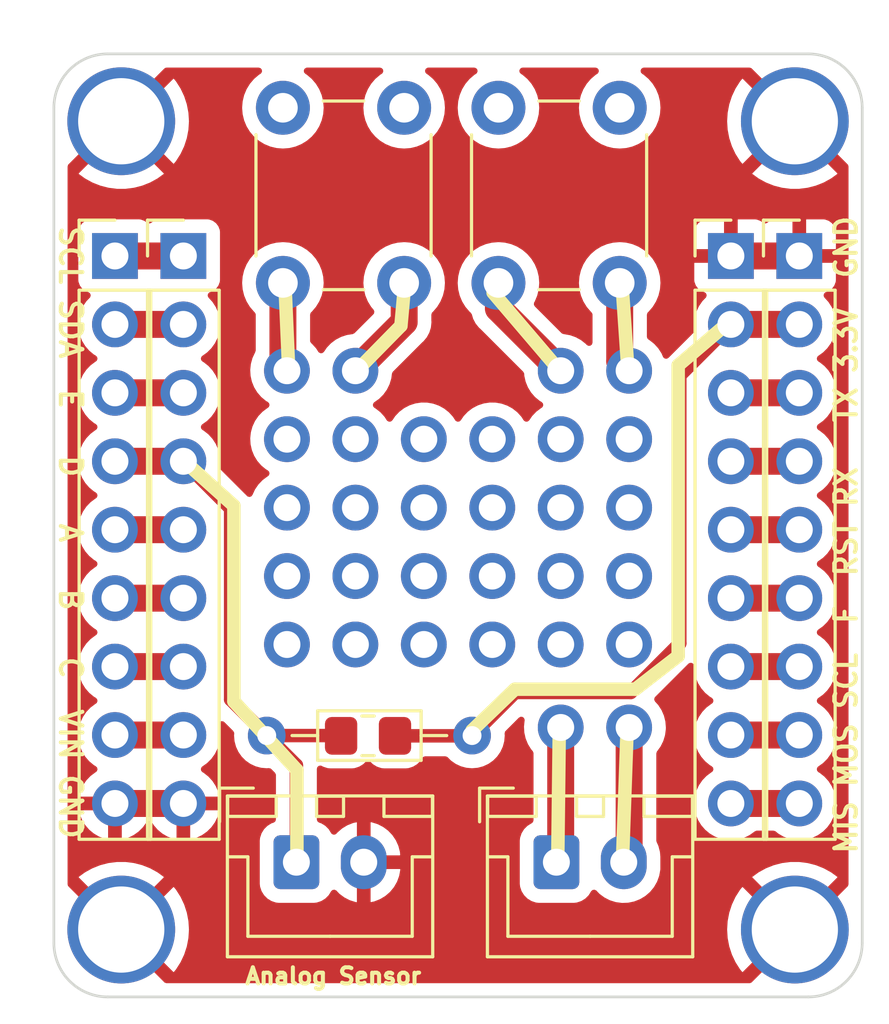
<source format=kicad_pcb>
(kicad_pcb (version 20211014) (generator pcbnew)
  (layers (0 "F.Cu" power) (31 "B.Cu" signal) (34 "B.Paste" user) (35 "F.Paste" user) (36 "B.SilkS" user "B.Silkscreen") (37 "F.SilkS" user "F.Silkscreen") (38 "B.Mask" user) (39 "F.Mask" user) (44 "Edge.Cuts" user))
  (net 0 "")
  (net 1 "SDA")
  (net 2 "SCL")
  (net 3 "A")
  (net 4 "B")
  (net 5 "C")
  (net 6 "D")
  (net 7 "E")
  (net 8 "Vin")
  (net 9 "GND")
  (net 10 "3.3V")
  (net 11 "RX")
  (net 12 "TX")
  (net 13 "RST")
  (net 14 "F")
  (net 15 "SCLK")
  (net 16 "MISO")
  (net 17 "MOSI")
  (footprint "Suat:6pads" (layer "F.Cu") (at 58.65 116.84 90)
    (fp_text reference "J3" hide)
    (fp_text value "Conn_01x04_Female" hide)
    (pad "1" thru_hole oval (at 0 0 90) (size 1.7 1.7) (drill 1) (layers *.Cu *.Mask))
    (pad "2" thru_hole oval (at 0 2.54 90) (size 1.7 1.7) (drill 1) (layers *.Cu *.Mask))
    (pad "3" thru_hole oval (at 0 5.08 90) (size 1.7 1.7) (drill 1) (layers *.Cu *.Mask))
    (pad "4" thru_hole oval (at 0 7.62 90) (size 1.7 1.7) (drill 1) (layers *.Cu *.Mask))
    (pad "5" thru_hole oval (at 0 10.16 90) (size 1.7 1.7) (drill 1) (layers *.Cu *.Mask))
    (pad "6" thru_hole oval (at 0 12.7 90) (size 1.7 1.7) (drill 1) (layers *.Cu *.Mask))
  )
  (footprint "Resistor_SMD:R_0805_2012Metric_Pad1.20x1.40mm_HandSolder" (layer "F.Cu") (at 61.66 125.31)
    (fp_text reference "R2" hide)
    (fp_text value "R" hide)
    (fp_line (start -0.227064 -0.735) (end 0.227064 -0.735) (layer "F.SilkS") (width 0.12))
    (fp_line (start -0.227064 0.735) (end 0.227064 0.735) (layer "F.SilkS") (width 0.12))
    (pad "1" smd roundrect (at -1 0) (size 1.2 1.4) (layers "F.Cu" "F.Paste" "F.Mask") (roundrect_rratio 0.2083333333) (net 6 "D"))
    (pad "2" smd roundrect (at 1 0) (size 1.2 1.4) (layers "F.Cu" "F.Paste" "F.Mask") (roundrect_rratio 0.2083333333) (net 10 "3.3V"))
  )
  (footprint "Connector_JST:JST_XH_B2B-XH-A_1x02_P2.50mm_Vertical" (layer "F.Cu") (at 68.65 130)
    (fp_text reference "REF**" hide)
    (fp_text value "JST_XH_B2B-XH-A_1x02_P2.50mm_Vertical" hide)
    (fp_line (start 3.25 -1.7) (end 5.05 -1.7) (layer "F.SilkS") (width 0.12))
    (fp_line (start 5.06 -2.46) (end -2.56 -2.46) (layer "F.SilkS") (width 0.12))
    (fp_line (start 3.25 -2.45) (end 3.25 -1.7) (layer "F.SilkS") (width 0.12))
    (fp_line (start -2.85 -2.75) (end -2.85 -1.5) (layer "F.SilkS") (width 0.12))
    (fp_line (start -2.56 3.51) (end 5.06 3.51) (layer "F.SilkS") (width 0.12))
    (fp_line (start -2.55 -1.7) (end -0.75 -1.7) (layer "F.SilkS") (width 0.12))
    (fp_line (start 5.05 -2.45) (end 3.25 -2.45) (layer "F.SilkS") (width 0.12))
    (fp_line (start 1.75 -1.7) (end 1.75 -2.45) (layer "F.SilkS") (width 0.12))
    (fp_line (start 5.05 -1.7) (end 5.05 -2.45) (layer "F.SilkS") (width 0.12))
    (fp_line (start 0.75 -2.45) (end 0.75 -1.7) (layer "F.SilkS") (width 0.12))
    (fp_line (start 4.3 -0.2) (end 4.3 2.75) (layer "F.SilkS") (width 0.12))
    (fp_line (start -1.8 -0.2) (end -1.8 2.75) (layer "F.SilkS") (width 0.12))
    (fp_line (start -0.75 -2.45) (end -2.55 -2.45) (layer "F.SilkS") (width 0.12))
    (fp_line (start 4.3 2.75) (end 1.25 2.75) (layer "F.SilkS") (width 0.12))
    (fp_line (start -2.55 -2.45) (end -2.55 -1.7) (layer "F.SilkS") (width 0.12))
    (fp_line (start 5.06 3.51) (end 5.06 -2.46) (layer "F.SilkS") (width 0.12))
    (fp_line (start 1.75 -2.45) (end 0.75 -2.45) (layer "F.SilkS") (width 0.12))
    (fp_line (start 0.75 -1.7) (end 1.75 -1.7) (layer "F.SilkS") (width 0.12))
    (fp_line (start -1.8 2.75) (end 1.25 2.75) (layer "F.SilkS") (width 0.12))
    (fp_line (start -1.6 -2.75) (end -2.85 -2.75) (layer "F.SilkS") (width 0.12))
    (fp_line (start -0.75 -1.7) (end -0.75 -2.45) (layer "F.SilkS") (width 0.12))
    (fp_line (start 5.05 -0.2) (end 4.3 -0.2) (layer "F.SilkS") (width 0.12))
    (fp_line (start -2.55 -0.2) (end -1.8 -0.2) (layer "F.SilkS") (width 0.12))
    (fp_line (start -2.56 -2.46) (end -2.56 3.51) (layer "F.SilkS") (width 0.12))
    (pad "1" thru_hole roundrect (at 0 0) (size 1.7 2) (drill 1) (layers *.Cu *.Mask) (roundrect_rratio 0.1470588235))
    (pad "2" thru_hole oval (at 2.5 0) (size 1.7 2) (drill 1) (layers *.Cu *.Mask))
  )
  (footprint "MountingHole:MountingHole_3.2mm_M3_ISO14580_Pad" (layer "F.Cu") (at 77.5 102.5)
    (fp_text reference "REF**" hide)
    (fp_text value "MountingHole_3.2mm_M3_ISO14580_Pad" hide)
    (pad "1" thru_hole circle (at 0 0) (size 4 4) (drill 3.2) (layers *.Cu *.Mask) (net 9 "GND"))
  )
  (footprint "Suat:6pads" (layer "F.Cu") (at 58.65 114.3 90)
    (fp_text reference "J3" hide)
    (fp_text value "Conn_01x04_Female" hide)
    (pad "1" thru_hole oval (at 0 0 90) (size 1.7 1.7) (drill 1) (layers *.Cu *.Mask))
    (pad "2" thru_hole oval (at 0 2.54 90) (size 1.7 1.7) (drill 1) (layers *.Cu *.Mask))
    (pad "3" thru_hole oval (at 0 5.08 90) (size 1.7 1.7) (drill 1) (layers *.Cu *.Mask))
    (pad "4" thru_hole oval (at 0 7.62 90) (size 1.7 1.7) (drill 1) (layers *.Cu *.Mask))
    (pad "5" thru_hole oval (at 0 10.16 90) (size 1.7 1.7) (drill 1) (layers *.Cu *.Mask))
    (pad "6" thru_hole oval (at 0 12.7 90) (size 1.7 1.7) (drill 1) (layers *.Cu *.Mask))
  )
  (footprint "MountingHole:MountingHole_3.2mm_M3_ISO14580_Pad" (layer "F.Cu") (at 52.5 102.5)
    (fp_text reference "REF**" hide)
    (fp_text value "MountingHole_3.2mm_M3_ISO14580_Pad" hide)
    (pad "2" thru_hole circle (at 0 0) (size 4 4) (drill 3.2) (layers *.Cu *.Mask) (net 9 "GND"))
  )
  (footprint "Button_Switch_THT:SW_PUSH_6mm" (layer "F.Cu") (at 66.5 108.5 90)
    (fp_text reference "REF**" hide)
    (fp_text value "SW_PUSH_6mm" hide)
    (fp_line (start 5.5 -1) (end 1 -1) (layer "F.SilkS") (width 0.12))
    (fp_line (start 1 5.5) (end 5.5 5.5) (layer "F.SilkS") (width 0.12))
    (fp_line (start 6.75 3) (end 6.75 1.5) (layer "F.SilkS") (width 0.12))
    (fp_line (start -0.25 1.5) (end -0.25 3) (layer "F.SilkS") (width 0.12))
    (pad "1" thru_hole circle (at 0 0 180) (size 2 2) (drill 1.1) (layers *.Cu *.Mask))
    (pad "1" thru_hole circle (at 6.5 0 180) (size 2 2) (drill 1.1) (layers *.Cu *.Mask))
    (pad "2" thru_hole circle (at 0 4.5 180) (size 2 2) (drill 1.1) (layers *.Cu *.Mask))
    (pad "2" thru_hole circle (at 6.5 4.5 180) (size 2 2) (drill 1.1) (layers *.Cu *.Mask))
  )
  (footprint "Suat:6pads" (layer "F.Cu") (at 58.65 119.38 90)
    (fp_text reference "J3" hide)
    (fp_text value "Conn_01x04_Female" hide)
    (pad "1" thru_hole oval (at 0 0 90) (size 1.7 1.7) (drill 1) (layers *.Cu *.Mask))
    (pad "2" thru_hole oval (at 0 2.54 90) (size 1.7 1.7) (drill 1) (layers *.Cu *.Mask))
    (pad "3" thru_hole oval (at 0 5.08 90) (size 1.7 1.7) (drill 1) (layers *.Cu *.Mask))
    (pad "4" thru_hole oval (at 0 7.62 90) (size 1.7 1.7) (drill 1) (layers *.Cu *.Mask))
    (pad "5" thru_hole oval (at 0 10.16 90) (size 1.7 1.7) (drill 1) (layers *.Cu *.Mask))
    (pad "6" thru_hole oval (at 0 12.7 90) (size 1.7 1.7) (drill 1) (layers *.Cu *.Mask))
  )
  (footprint "Suat:6pads" (layer "F.Cu") (at 58.65 121.92 90)
    (fp_text reference "J3" hide)
    (fp_text value "Conn_01x04_Female" hide)
    (pad "1" thru_hole oval (at 0 0 90) (size 1.7 1.7) (drill 1) (layers *.Cu *.Mask))
    (pad "2" thru_hole oval (at 0 2.54 90) (size 1.7 1.7) (drill 1) (layers *.Cu *.Mask))
    (pad "3" thru_hole oval (at 0 5.08 90) (size 1.7 1.7) (drill 1) (layers *.Cu *.Mask))
    (pad "4" thru_hole oval (at 0 7.62 90) (size 1.7 1.7) (drill 1) (layers *.Cu *.Mask))
    (pad "5" thru_hole oval (at 0 10.16 90) (size 1.7 1.7) (drill 1) (layers *.Cu *.Mask))
    (pad "6" thru_hole oval (at 0 12.7 90) (size 1.7 1.7) (drill 1) (layers *.Cu *.Mask))
  )
  (footprint "Suat:2pads" (layer "F.Cu") (at 58.65 125 90)
    (fp_text reference "J3" hide)
    (fp_text value "Conn_01x04_Female" hide)
    (pad "5" thru_hole oval (at 0 10.16 90) (size 1.7 1.7) (drill 1) (layers *.Cu *.Mask))
    (pad "6" thru_hole oval (at 0 12.7 90) (size 1.7 1.7) (drill 1) (layers *.Cu *.Mask))
  )
  (footprint "Connector_PinHeader_2.54mm:PinHeader_1x09_P2.54mm_Vertical" (layer "F.Cu") (at 75.125719 107.5)
    (fp_text reference "J2" hide)
    (fp_text value "Conn_01x08_Male" hide)
    (fp_line (start -1.33 21.65) (end 1.33 21.65) (layer "F.SilkS") (width 0.12))
    (fp_line (start -1.33 1.27) (end 1.33 1.27) (layer "F.SilkS") (width 0.12))
    (fp_line (start -1.33 0) (end -1.33 -1.33) (layer "F.SilkS") (width 0.12))
    (fp_line (start 1.33 1.27) (end 1.33 21.65) (layer "F.SilkS") (width 0.12))
    (fp_line (start -1.33 1.27) (end -1.33 21.65) (layer "F.SilkS") (width 0.12))
    (fp_line (start -1.33 -1.33) (end 0 -1.33) (layer "F.SilkS") (width 0.12))
    (pad "1" thru_hole rect (at 0 0) (size 1.7 1.7) (drill 1) (layers *.Cu *.Mask) (net 9 "GND"))
    (pad "2" thru_hole oval (at 0 2.54) (size 1.7 1.7) (drill 1) (layers *.Cu *.Mask) (net 10 "3.3V"))
    (pad "3" thru_hole oval (at 0 5.08) (size 1.7 1.7) (drill 1) (layers *.Cu *.Mask) (net 12 "TX"))
    (pad "4" thru_hole oval (at 0 7.62) (size 1.7 1.7) (drill 1) (layers *.Cu *.Mask) (net 11 "RX"))
    (pad "5" thru_hole oval (at 0 10.16) (size 1.7 1.7) (drill 1) (layers *.Cu *.Mask) (net 13 "RST"))
    (pad "6" thru_hole oval (at 0 12.7) (size 1.7 1.7) (drill 1) (layers *.Cu *.Mask) (net 14 "F"))
    (pad "7" thru_hole oval (at 0 15.24) (size 1.7 1.7) (drill 1) (layers *.Cu *.Mask) (net 15 "SCLK"))
    (pad "8" thru_hole oval (at 0 17.78) (size 1.7 1.7) (drill 1) (layers *.Cu *.Mask) (net 17 "MOSI"))
    (pad "9" thru_hole oval (at 0 20.32) (size 1.7 1.7) (drill 1) (layers *.Cu *.Mask) (net 16 "MISO"))
  )
  (footprint "MountingHole:MountingHole_3.2mm_M3_ISO14580_Pad" (layer "F.Cu") (at 52.5 132.5)
    (fp_text reference "REF**" hide)
    (fp_text value "MountingHole_3.2mm_M3_ISO14580_Pad" hide)
    (pad "3" thru_hole circle (at 0 0) (size 4 4) (drill 3.2) (layers *.Cu *.Mask) (net 9 "GND"))
  )
  (footprint "Button_Switch_THT:SW_PUSH_6mm" (layer "F.Cu") (at 58.5 108.5 90)
    (fp_text reference "REF**" hide)
    (fp_text value "SW_PUSH_6mm" hide)
    (fp_line (start 5.5 -1) (end 1 -1) (layer "F.SilkS") (width 0.12))
    (fp_line (start -0.25 1.5) (end -0.25 3) (layer "F.SilkS") (width 0.12))
    (fp_line (start 1 5.5) (end 5.5 5.5) (layer "F.SilkS") (width 0.12))
    (fp_line (start 6.75 3) (end 6.75 1.5) (layer "F.SilkS") (width 0.12))
    (pad "1" thru_hole circle (at 6.5 0 180) (size 2 2) (drill 1.1) (layers *.Cu *.Mask))
    (pad "1" thru_hole circle (at 0 0 180) (size 2 2) (drill 1.1) (layers *.Cu *.Mask))
    (pad "2" thru_hole circle (at 6.5 4.5 180) (size 2 2) (drill 1.1) (layers *.Cu *.Mask))
    (pad "2" thru_hole circle (at 0 4.5 180) (size 2 2) (drill 1.1) (layers *.Cu *.Mask))
  )
  (footprint "Connector_JST:JST_XH_B2B-XH-A_1x02_P2.50mm_Vertical" (layer "F.Cu") (at 59 130)
    (fp_text reference "Analog Sensor" (at 1.37 4.23) (layer "F.SilkS") (effects (font (size 0.6 0.6))))
    (fp_text value "Analog Sensor" hide)
    (fp_line (start -2.55 -2.45) (end -2.55 -1.7) (layer "F.SilkS") (width 0.12))
    (fp_line (start 3.25 -1.7) (end 5.05 -1.7) (layer "F.SilkS") (width 0.12))
    (fp_line (start 5.05 -0.2) (end 4.3 -0.2) (layer "F.SilkS") (width 0.12))
    (fp_line (start 3.25 -2.45) (end 3.25 -1.7) (layer "F.SilkS") (width 0.12))
    (fp_line (start 5.05 -2.45) (end 3.25 -2.45) (layer "F.SilkS") (width 0.12))
    (fp_line (start -1.8 2.75) (end 1.25 2.75) (layer "F.SilkS") (width 0.12))
    (fp_line (start -2.55 -1.7) (end -0.75 -1.7) (layer "F.SilkS") (width 0.12))
    (fp_line (start 4.3 2.75) (end 1.25 2.75) (layer "F.SilkS") (width 0.12))
    (fp_line (start 0.75 -2.45) (end 0.75 -1.7) (layer "F.SilkS") (width 0.12))
    (fp_line (start -2.56 3.51) (end 5.06 3.51) (layer "F.SilkS") (width 0.12))
    (fp_line (start 5.05 -1.7) (end 5.05 -2.45) (layer "F.SilkS") (width 0.12))
    (fp_line (start -1.8 -0.2) (end -1.8 2.75) (layer "F.SilkS") (width 0.12))
    (fp_line (start 1.75 -1.7) (end 1.75 -2.45) (layer "F.SilkS") (width 0.12))
    (fp_line (start 1.75 -2.45) (end 0.75 -2.45) (layer "F.SilkS") (width 0.12))
    (fp_line (start -2.85 -2.75) (end -2.85 -1.5) (layer "F.SilkS") (width 0.12))
    (fp_line (start -2.56 -2.46) (end -2.56 3.51) (layer "F.SilkS") (width 0.12))
    (fp_line (start 5.06 3.51) (end 5.06 -2.46) (layer "F.SilkS") (width 0.12))
    (fp_line (start -0.75 -2.45) (end -2.55 -2.45) (layer "F.SilkS") (width 0.12))
    (fp_line (start -0.75 -1.7) (end -0.75 -2.45) (layer "F.SilkS") (width 0.12))
    (fp_line (start -2.55 -0.2) (end -1.8 -0.2) (layer "F.SilkS") (width 0.12))
    (fp_line (start 4.3 -0.2) (end 4.3 2.75) (layer "F.SilkS") (width 0.12))
    (fp_line (start 0.75 -1.7) (end 1.75 -1.7) (layer "F.SilkS") (width 0.12))
    (fp_line (start 5.06 -2.46) (end -2.56 -2.46) (layer "F.SilkS") (width 0.12))
    (fp_line (start -1.6 -2.75) (end -2.85 -2.75) (layer "F.SilkS") (width 0.12))
    (pad "1" thru_hole roundrect (at 0 0) (size 1.7 2) (drill 1) (layers *.Cu *.Mask) (roundrect_rratio 0.1470588235) (net 6 "D"))
    (pad "2" thru_hole oval (at 2.5 0) (size 1.7 2) (drill 1) (layers *.Cu *.Mask) (net 9 "GND"))
  )
  (footprint "Connector_PinHeader_2.54mm:PinHeader_1x09_P2.54mm_Vertical" (layer "F.Cu") (at 77.665719 107.5)
    (fp_text reference "J2" hide)
    (fp_text value "Conn_01x08_Male" hide)
    (fp_line (start -1.33 1.27) (end 1.33 1.27) (layer "F.SilkS") (width 0.12))
    (fp_line (start -1.33 0) (end -1.33 -1.33) (layer "F.SilkS") (width 0.12))
    (fp_line (start -1.33 1.27) (end -1.33 21.65) (layer "F.SilkS") (width 0.12))
    (fp_line (start -1.33 -1.33) (end 0 -1.33) (layer "F.SilkS") (width 0.12))
    (fp_line (start 1.33 1.27) (end 1.33 21.65) (layer "F.SilkS") (width 0.12))
    (fp_line (start -1.33 21.65) (end 1.33 21.65) (layer "F.SilkS") (width 0.12))
    (pad "1" thru_hole rect (at 0 0) (size 1.7 1.7) (drill 1) (layers *.Cu *.Mask) (net 9 "GND"))
    (pad "2" thru_hole oval (at 0 2.54) (size 1.7 1.7) (drill 1) (layers *.Cu *.Mask) (net 10 "3.3V"))
    (pad "3" thru_hole oval (at 0 5.08) (size 1.7 1.7) (drill 1) (layers *.Cu *.Mask) (net 12 "TX"))
    (pad "4" thru_hole oval (at 0 7.62) (size 1.7 1.7) (drill 1) (layers *.Cu *.Mask) (net 11 "RX"))
    (pad "5" thru_hole oval (at 0 10.16) (size 1.7 1.7) (drill 1) (layers *.Cu *.Mask) (net 13 "RST"))
    (pad "6" thru_hole oval (at 0 12.7) (size 1.7 1.7) (drill 1) (layers *.Cu *.Mask) (net 14 "F"))
    (pad "7" thru_hole oval (at 0 15.24) (size 1.7 1.7) (drill 1) (layers *.Cu *.Mask) (net 15 "SCLK"))
    (pad "8" thru_hole oval (at 0 17.78) (size 1.7 1.7) (drill 1) (layers *.Cu *.Mask) (net 17 "MOSI"))
    (pad "9" thru_hole oval (at 0 20.32) (size 1.7 1.7) (drill 1) (layers *.Cu *.Mask) (net 16 "MISO"))
  )
  (footprint "Resistor_THT:R_Axial_DIN0204_L3.6mm_D1.6mm_P7.62mm_Horizontal" (layer "F.Cu") (at 57.9 125.3)
    (fp_text reference "R1" hide)
    (fp_text value "R" hide)
    (fp_line (start 5.73 0.92) (end 5.73 -0.92) (layer "F.SilkS") (width 0.12))
    (fp_line (start 5.73 -0.92) (end 1.89 -0.92) (layer "F.SilkS") (width 0.12))
    (fp_line (start 1.89 0.92) (end 5.73 0.92) (layer "F.SilkS") (width 0.12))
    (fp_line (start 6.68 0) (end 5.73 0) (layer "F.SilkS") (width 0.12))
    (fp_line (start 0.94 0) (end 1.89 0) (layer "F.SilkS") (width 0.12))
    (fp_line (start 1.89 -0.92) (end 1.89 0.92) (layer "F.SilkS") (width 0.12))
    (pad "1" thru_hole circle (at 0 0) (size 1.4 1.4) (drill 0.7) (layers *.Cu *.Mask) (net 6 "D"))
    (pad "2" thru_hole oval (at 7.62 0) (size 1.4 1.4) (drill 0.7) (layers *.Cu *.Mask) (net 10 "3.3V"))
  )
  (footprint "Connector_PinHeader_2.54mm:PinHeader_1x09_P2.54mm_Vertical" (layer "F.Cu") (at 54.805719 107.5)
    (fp_text reference "J1" hide)
    (fp_text value "Conn_01x08_Male" hide)
    (fp_line (start -1.33 1.27) (end -1.33 21.65) (layer "F.SilkS") (width 0.12))
    (fp_line (start -1.33 0) (end -1.33 -1.33) (layer "F.SilkS") (width 0.12))
    (fp_line (start -1.33 21.65) (end 1.33 21.65) (layer "F.SilkS") (width 0.12))
    (fp_line (start -1.33 -1.33) (end 0 -1.33) (layer "F.SilkS") (width 0.12))
    (fp_line (start 1.33 1.27) (end 1.33 21.65) (layer "F.SilkS") (width 0.12))
    (fp_line (start -1.33 1.27) (end 1.33 1.27) (layer "F.SilkS") (width 0.12))
    (pad "1" thru_hole rect (at 0 0) (size 1.7 1.7) (drill 1) (layers *.Cu *.Mask) (net 2 "SCL"))
    (pad "2" thru_hole oval (at 0 2.54) (size 1.7 1.7) (drill 1) (layers *.Cu *.Mask) (net 1 "SDA"))
    (pad "3" thru_hole oval (at 0 5.08) (size 1.7 1.7) (drill 1) (layers *.Cu *.Mask) (net 7 "E"))
    (pad "4" thru_hole oval (at 0 7.62) (size 1.7 1.7) (drill 1) (layers *.Cu *.Mask) (net 6 "D"))
    (pad "5" thru_hole oval (at 0 10.16) (size 1.7 1.7) (drill 1) (layers *.Cu *.Mask) (net 3 "A"))
    (pad "6" thru_hole oval (at 0 12.7) (size 1.7 1.7) (drill 1) (layers *.Cu *.Mask) (net 4 "B"))
    (pad "7" thru_hole oval (at 0 15.24) (size 1.7 1.7) (drill 1) (layers *.Cu *.Mask) (net 5 "C"))
    (pad "8" thru_hole oval (at 0 17.78) (size 1.7 1.7) (drill 1) (layers *.Cu *.Mask) (net 8 "Vin"))
    (pad "9" thru_hole oval (at 0 20.32) (size 1.7 1.7) (drill 1) (layers *.Cu *.Mask) (net 9 "GND"))
  )
  (footprint "MountingHole:MountingHole_3.2mm_M3_ISO14580_Pad" (layer "F.Cu") (at 77.5 132.5)
    (fp_text reference "REF**" hide)
    (fp_text value "MountingHole_3.2mm_M3_ISO14580_Pad" hide)
    (pad "4" thru_hole circle (at 0 0) (size 4 4) (drill 3.2) (layers *.Cu *.Mask) (net 9 "GND"))
  )
  (footprint "Connector_PinHeader_2.54mm:PinHeader_1x09_P2.54mm_Vertical" (layer "F.Cu") (at 52.265719 107.5)
    (fp_text reference "J1" hide)
    (fp_text value "Conn_01x08_Male" hide)
    (fp_line (start 1.33 1.27) (end 1.33 21.65) (layer "F.SilkS") (width 0.12))
    (fp_line (start -1.33 1.27) (end 1.33 1.27) (layer "F.SilkS") (width 0.12))
    (fp_line (start -1.33 21.65) (end 1.33 21.65) (layer "F.SilkS") (width 0.12))
    (fp_line (start -1.33 -1.33) (end 0 -1.33) (layer "F.SilkS") (width 0.12))
    (fp_line (start -1.33 0) (end -1.33 -1.33) (layer "F.SilkS") (width 0.12))
    (fp_line (start -1.33 1.27) (end -1.33 21.65) (layer "F.SilkS") (width 0.12))
    (pad "1" thru_hole rect (at 0 0) (size 1.7 1.7) (drill 1) (layers *.Cu *.Mask) (net 2 "SCL"))
    (pad "2" thru_hole oval (at 0 2.54) (size 1.7 1.7) (drill 1) (layers *.Cu *.Mask) (net 1 "SDA"))
    (pad "3" thru_hole oval (at 0 5.08) (size 1.7 1.7) (drill 1) (layers *.Cu *.Mask) (net 7 "E"))
    (pad "4" thru_hole oval (at 0 7.62) (size 1.7 1.7) (drill 1) (layers *.Cu *.Mask) (net 6 "D"))
    (pad "5" thru_hole oval (at 0 10.16) (size 1.7 1.7) (drill 1) (layers *.Cu *.Mask) (net 3 "A"))
    (pad "6" thru_hole oval (at 0 12.7) (size 1.7 1.7) (drill 1) (layers *.Cu *.Mask) (net 4 "B"))
    (pad "7" thru_hole oval (at 0 15.24) (size 1.7 1.7) (drill 1) (layers *.Cu *.Mask) (net 5 "C"))
    (pad "8" thru_hole oval (at 0 17.78) (size 1.7 1.7) (drill 1) (layers *.Cu *.Mask) (net 8 "Vin"))
    (pad "9" thru_hole oval (at 0 20.32) (size 1.7 1.7) (drill 1) (layers *.Cu *.Mask) (net 9 "GND"))
  )
  (footprint "Suat:2x2pads" (layer "F.Cu") (at 58.65 111.76 90)
    (fp_text reference "J3" hide)
    (fp_text value "Conn_01x04_Female" hide)
    (pad "1" thru_hole oval (at 0 0 90) (size 1.7 1.7) (drill 1) (layers *.Cu *.Mask))
    (pad "2" thru_hole oval (at 0 2.54 90) (size 1.7 1.7) (drill 1) (layers *.Cu *.Mask))
    (pad "5" thru_hole oval (at 0 10.16 90) (size 1.7 1.7) (drill 1) (layers *.Cu *.Mask))
    (pad "6" thru_hole oval (at 0 12.7 90) (size 1.7 1.7) (drill 1) (layers *.Cu *.Mask))
  )
  (gr_line (start 56.68 124.03) (end 59.02 126.58) (layer "F.SilkS") (width 0.5))
  (gr_line (start 71.28 124.93) (end 71.1 130.03) (layer "F.SilkS") (width 0.5))
  (gr_line (start 65.52 125.11) (end 67.11 123.58) (layer "F.SilkS") (width 0.5))
  (gr_line (start 59.02 126.58) (end 59.02 130.12) (layer "F.SilkS") (width 0.5))
  (gr_line (start 68.76 124.84) (end 68.7 130) (layer "F.SilkS") (width 0.5))
  (gr_line (start 62.88 110.09) (end 63.03 108.44) (layer "F.SilkS") (width 0.5))
  (gr_line (start 56.68 116.77) (end 56.68 124.03) (layer "F.SilkS") (width 0.5))
  (gr_line (start 61.2 111.8) (end 62.88 110.09) (layer "F.SilkS") (width 0.5))
  (gr_line (start 71.07 108.32) (end 71.31 111.8) (layer "F.SilkS") (width 0.5))
  (gr_line (start 73.17 111.56) (end 74.97 110.03) (layer "F.SilkS") (width 0.5))
  (gr_line (start 71.58 123.58) (end 73.17 122.35) (layer "F.SilkS") (width 0.5))
  (gr_line (start 58.72 111.83) (end 58.57 108.41) (layer "F.SilkS") (width 0.5))
  (gr_line (start 54.82 115.1) (end 56.68 116.77) (layer "F.SilkS") (width 0.5))
  (gr_line (start 67.11 123.58) (end 71.58 123.58) (layer "F.SilkS") (width 0.5))
  (gr_line (start 73.17 122.35) (end 73.17 111.56) (layer "F.SilkS") (width 0.5))
  (gr_line (start 66.3 108.86) (end 68.91 111.92) (layer "F.SilkS") (width 0.5))
  (gr_line (start 50 102) (end 50 133) (layer "Edge.Cuts") (width 0.1))
  (gr_arc (start 50 102) (mid 50.585786 100.585786) (end 52 100) (layer "Edge.Cuts") (width 0.1))
  (gr_arc (start 78 100) (mid 79.414214 100.585786) (end 80 102) (layer "Edge.Cuts") (width 0.1))
  (gr_arc (start 80 133) (mid 79.414214 134.414214) (end 78 135) (layer "Edge.Cuts") (width 0.1))
  (gr_line (start 78 135) (end 52 135) (layer "Edge.Cuts") (width 0.1))
  (gr_line (start 80 102) (end 80 133) (layer "Edge.Cuts") (width 0.1))
  (gr_line (start 52 100) (end 78 100) (layer "Edge.Cuts") (width 0.1))
  (gr_arc (start 52 135) (mid 50.585786 134.414214) (end 50 133) (layer "Edge.Cuts") (width 0.1))
  (gr_text "SCL SDA  E   D   A   B   C  VIN GND" (at 50.62 117.76 270) (layer "F.SilkS") (effects (font (size 0.8 0.77))))
  (gr_text "MIS MOS SCL  F  RST RX   TX 3.3V  GND" (at 79.4 117.85 90) (layer "F.SilkS") (effects (font (size 0.8 0.74))))
  (segment (start 71 108.5) (end 71 111.41) (width 1) (layer "F.Cu") (net 0))
  (segment (start 63 108.5) (end 63 109.95) (width 1) (layer "F.Cu") (net 0))
  (segment (start 66.5 109.45) (end 68.81 111.76) (width 1) (layer "F.Cu") (net 0))
  (segment (start 71 111.41) (end 71.35 111.76) (width 1) (layer "F.Cu") (net 0))
  (segment (start 66.5 108.5) (end 66.5 109.45) (width 1) (layer "F.Cu") (net 0))
  (segment (start 68.81 129.84) (end 68.65 130) (width 1) (layer "F.Cu") (net 0))
  (segment (start 71.35 125) (end 71.35 129.8) (width 1) (layer "F.Cu") (net 0))
  (segment (start 63 109.95) (end 61.19 111.76) (width 1) (layer "F.Cu") (net 0))
  (segment (start 58.5 108.5) (end 58.5 111.61) (width 1) (layer "F.Cu") (net 0))
  (segment (start 68.81 125) (end 68.81 129.84) (width 1) (layer "F.Cu") (net 0))
  (segment (start 58.5 111.61) (end 58.65 111.76) (width 1) (layer "F.Cu") (net 0))
  (segment (start 71.35 129.8) (end 71.15 130) (width 1) (layer "F.Cu") (net 0))
  (segment (start 52.265719 110.04) (end 54.805719 110.04) (width 1) (layer "F.Cu") (net 1))
  (segment (start 52.265719 107.5) (end 54.805719 107.5) (width 1) (layer "F.Cu") (net 2))
  (segment (start 52.265719 117.66) (end 54.805719 117.66) (width 1) (layer "F.Cu") (net 3))
  (segment (start 52.265719 120.2) (end 54.805719 120.2) (width 1) (layer "F.Cu") (net 4))
  (segment (start 52.265719 122.74) (end 54.805719 122.74) (width 1) (layer "F.Cu") (net 5))
  (segment (start 56.56 116.874281) (end 56.56 123.96) (width 0.5) (layer "F.Cu") (net 6))
  (segment (start 60.65 125.3) (end 60.66 125.31) (width 0.5) (layer "F.Cu") (net 6))
  (segment (start 59 126.4) (end 57.9 125.3) (width 0.5) (layer "F.Cu") (net 6))
  (segment (start 59 130) (end 59 126.4) (width 0.5) (layer "F.Cu") (net 6))
  (segment (start 54.805719 115.12) (end 56.56 116.874281) (width 0.5) (layer "F.Cu") (net 6))
  (segment (start 57.9 125.3) (end 60.65 125.3) (width 0.5) (layer "F.Cu") (net 6))
  (segment (start 56.56 123.96) (end 57.9 125.3) (width 0.5) (layer "F.Cu") (net 6))
  (segment (start 52.265719 115.12) (end 54.805719 115.12) (width 1) (layer "F.Cu") (net 6))
  (segment (start 52.265719 112.58) (end 54.805719 112.58) (width 1) (layer "F.Cu") (net 7))
  (segment (start 52.265719 125.28) (end 54.805719 125.28) (width 1) (layer "F.Cu") (net 8))
  (segment (start 52.265719 127.82) (end 54.805719 127.82) (width 1) (layer "F.Cu") (net 9))
  (segment (start 75.125719 107.5) (end 77.665719 107.5) (width 1) (layer "F.Cu") (net 9))
  (segment (start 67.119511 123.700489) (end 71.407298 123.700489) (width 0.5) (layer "F.Cu") (net 10))
  (segment (start 65.52 125.3) (end 67.119511 123.700489) (width 0.5) (layer "F.Cu") (net 10))
  (segment (start 77.665719 110.04) (end 75.125719 110.04) (width 1) (layer "F.Cu") (net 10))
  (segment (start 73.23 121.877787) (end 73.23 111.935719) (width 0.5) (layer "F.Cu") (net 10))
  (segment (start 71.407298 123.700489) (end 73.23 121.877787) (width 0.5) (layer "F.Cu") (net 10))
  (segment (start 73.23 111.935719) (end 75.125719 110.04) (width 0.5) (layer "F.Cu") (net 10))
  (segment (start 62.66 125.31) (end 65.51 125.31) (width 0.5) (layer "F.Cu") (net 10))
  (segment (start 65.51 125.31) (end 65.52 125.3) (width 0.5) (layer "F.Cu") (net 10))
  (segment (start 77.665719 115.12) (end 75.125719 115.12) (width 1) (layer "F.Cu") (net 11))
  (segment (start 77.665719 112.58) (end 75.125719 112.58) (width 1) (layer "F.Cu") (net 12))
  (segment (start 77.665719 117.66) (end 75.125719 117.66) (width 1) (layer "F.Cu") (net 13))
  (segment (start 77.665719 120.2) (end 75.125719 120.2) (width 1) (layer "F.Cu") (net 14))
  (segment (start 77.665719 122.74) (end 75.125719 122.74) (width 1) (layer "F.Cu") (net 15))
  (segment (start 77.665719 127.82) (end 75.125719 127.82) (width 1) (layer "F.Cu") (net 16))
  (segment (start 77.665719 125.28) (end 75.125719 125.28) (width 1) (layer "F.Cu") (net 17))
  (zone (net 9) (net_name "GND") (layer "F.Cu") (connect_pads (clearance 0.508)) (min_thickness 0.254) (fill yes (thermal_gap 0.508) (thermal_bridge_width 0.508))
    (polygon (pts (xy 81 100) (xy 81 136) (xy 49 136) (xy 48 99) (xy 49 98)))
  )
)
</source>
